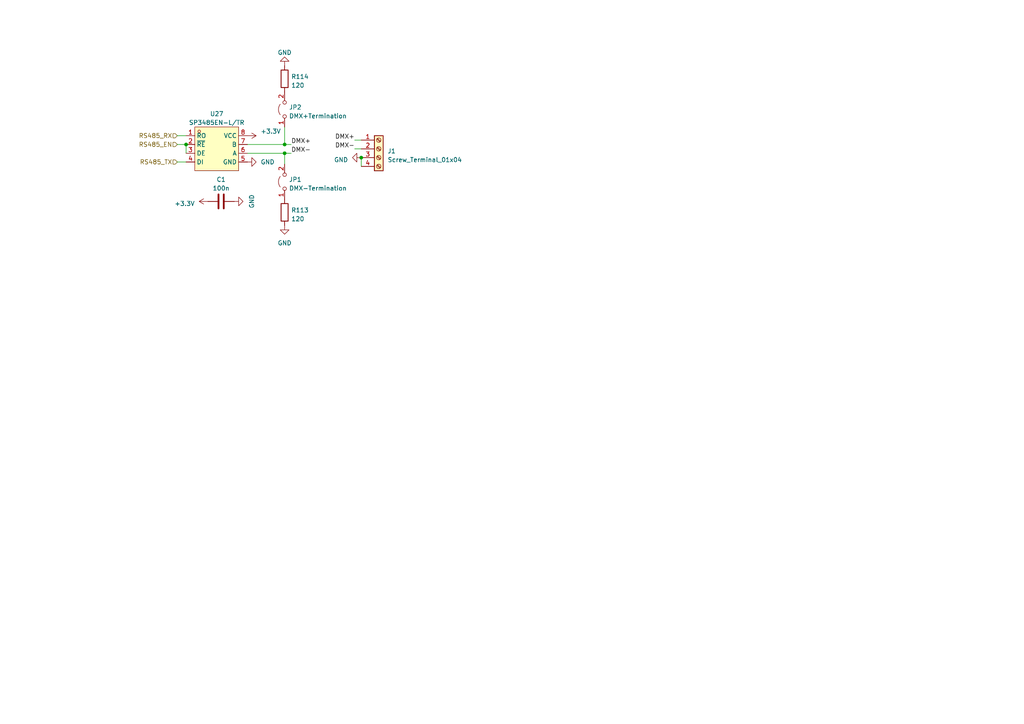
<source format=kicad_sch>
(kicad_sch (version 20230121) (generator eeschema)
  (paper "A4")
  (lib_symbols
    (symbol "Connector:Screw_Terminal_01x04" (pin_names (offset 1.016) hide)
      (property "Reference" "J" (at 0 5.08 0))
      (property "Value" "Screw_Terminal_01x04" (at 0 -7.62 0))
      (symbol "Screw_Terminal_01x04_1_1"
        (rectangle (start -1.27 3.81) (end 1.27 -6.35) (stroke (width 0.254)) (fill (type background)))
        (circle (center 0 -5.08) (radius 0.635) (stroke (width 0.1524)))
        (circle (center 0 -2.54) (radius 0.635) (stroke (width 0.1524)))
        (polyline (pts (xy -0.5334 -4.7498) (xy 0.3302 -5.588)) (stroke (width 0.1524)))
        (polyline (pts (xy -0.5334 -2.2098) (xy 0.3302 -3.048)) (stroke (width 0.1524)))
        (polyline (pts (xy -0.5334 0.3302) (xy 0.3302 -0.508)) (stroke (width 0.1524)))
        (polyline (pts (xy -0.5334 2.8702) (xy 0.3302 2.032)) (stroke (width 0.1524)))
        (polyline (pts (xy -0.3556 -4.572) (xy 0.508 -5.4102)) (stroke (width 0.1524)))
        (polyline (pts (xy -0.3556 -2.032) (xy 0.508 -2.8702)) (stroke (width 0.1524)))
        (polyline (pts (xy -0.3556 0.508) (xy 0.508 -0.3302)) (stroke (width 0.1524)))
        (polyline (pts (xy -0.3556 3.048) (xy 0.508 2.2098)) (stroke (width 0.1524)))
        (circle (center 0 0) (radius 0.635) (stroke (width 0.1524)))
        (circle (center 0 2.54) (radius 0.635) (stroke (width 0.1524)))
        (pin passive line (at -5.08 2.54 0) (length 3.81) (name "Pin_1") (number "1"))
        (pin passive line (at -5.08 0 0) (length 3.81) (name "Pin_2") (number "2"))
        (pin passive line (at -5.08 -2.54 0) (length 3.81) (name "Pin_3") (number "3"))
        (pin passive line (at -5.08 -5.08 0) (length 3.81) (name "Pin_4") (number "4"))
      )
    )
    (symbol "Device:C" (pin_numbers hide) (pin_names (offset 0.254))
      (property "Reference" "C" (at 0.635 2.54 0))
      (property "Value" "C" (at 0.635 -2.54 0))
      (symbol "C_0_1"
        (polyline (pts (xy -2.032 -0.762) (xy 2.032 -0.762)) (stroke (width 0.508)))
        (polyline (pts (xy -2.032 0.762) (xy 2.032 0.762)) (stroke (width 0.508)))
      )
      (symbol "C_1_1"
        (pin passive line (at 0 3.81 270) (length 2.794) (name "~") (number "1"))
        (pin passive line (at 0 -3.81 90) (length 2.794) (name "~") (number "2"))
      )
    )
    (symbol "Device:R" (pin_numbers hide) (pin_names (offset 0))
      (property "Reference" "R" (at 2.032 0 90))
      (property "Value" "R" (at 0 0 90))
      (symbol "R_0_1"
        (rectangle (start -1.016 -2.54) (end 1.016 2.54) (stroke (width 0.254)))
      )
      (symbol "R_1_1"
        (pin passive line (at 0 3.81 270) (length 1.27) (name "~") (number "1"))
        (pin passive line (at 0 -3.81 90) (length 1.27) (name "~") (number "2"))
      )
    )
    (symbol "Jumper:Jumper_2_Open" (pin_names (offset 0) hide)
      (property "Reference" "JP" (at 0 2.794 0))
      (property "Value" "Jumper_2_Open" (at 0 -2.286 0))
      (symbol "Jumper_2_Open_0_0"
        (circle (center -2.032 0) (radius 0.508))
        (circle (center 2.032 0) (radius 0.508))
      )
      (symbol "Jumper_2_Open_0_1"
        (arc (start 1.524 1.27) (mid 0 1.778) (end -1.524 1.27))
      )
      (symbol "Jumper_2_Open_1_1"
        (pin passive line (at -5.08 0 0) (length 2.54) (name "A") (number "1"))
        (pin passive line (at 5.08 0 180) (length 2.54) (name "B") (number "2"))
      )
    )
    (symbol "easyeda2kicad:SP3485EN-L_TR"
      (property "Reference" "U" (at 0 8.89 0))
      (property "Value" "SP3485EN-L/TR" (at 0 -8.89 0))
      (symbol "SP3485EN-L_TR_0_1"
        (rectangle (start -6.35 6.35) (end 6.35 -6.35) (fill (type background)))
        (circle (center -5.08 5.08) (radius 0.38))
        (pin output line (at -8.89 3.81 0) (length 2.54) (name "RO") (number "1"))
        (pin input line (at -8.89 1.27 0) (length 2.54) (name "~{RE}") (number "2"))
        (pin input line (at -8.89 -1.27 0) (length 2.54) (name "DE") (number "3"))
        (pin input line (at -8.89 -3.81 0) (length 2.54) (name "DI") (number "4"))
        (pin power_in line (at 8.89 -3.81 180) (length 2.54) (name "GND") (number "5"))
        (pin bidirectional line (at 8.89 -1.27 180) (length 2.54) (name "A") (number "6"))
        (pin bidirectional line (at 8.89 1.27 180) (length 2.54) (name "B") (number "7"))
        (pin power_in line (at 8.89 3.81 180) (length 2.54) (name "VCC") (number "8"))
      )
    )
    (symbol "power:+3.3V" (power) (pin_names (offset 0))
      (property "Value" "+3.3V" (at 0 3.556 0))
      (symbol "+3.3V_0_1"
        (polyline (pts (xy -0.762 1.27) (xy 0 2.54)))
        (polyline (pts (xy 0 0) (xy 0 2.54)))
        (polyline (pts (xy 0 2.54) (xy 0.762 1.27)))
      )
      (symbol "+3.3V_1_1"
        (pin power_in line (at 0 0 90) (length 0) hide (name "+3.3V") (number "1"))
      )
    )
    (symbol "power:GND" (power) (pin_names (offset 0))
      (property "Value" "GND" (at 0 -3.81 0))
      (symbol "GND_0_1"
        (polyline (pts (xy 0 0) (xy 0 -1.27) (xy 1.27 -1.27) (xy 0 -2.54) (xy -1.27 -1.27) (xy 0 -1.27)))
      )
      (symbol "GND_1_1"
        (pin power_in line (at 0 0 270) (length 0) hide (name "GND") (number "1"))
      )
    )
  )
  (junction (at 53.975 41.91))
  (junction (at 82.55 44.45))
  (junction (at 104.775 45.72))
  (junction (at 82.55 41.91))
  (wire (pts (xy 51.435 41.91) (xy 53.975 41.91)))
  (wire (pts (xy 71.755 41.91) (xy 82.55 41.91)))
  (wire (pts (xy 51.435 39.37) (xy 53.975 39.37)))
  (wire (pts (xy 82.55 41.91) (xy 84.455 41.91)))
  (wire (pts (xy 51.435 46.99) (xy 53.975 46.99)))
  (wire (pts (xy 82.55 44.45) (xy 82.55 47.625)))
  (wire (pts (xy 71.755 44.45) (xy 82.55 44.45)))
  (wire (pts (xy 82.55 36.83) (xy 82.55 41.91)))
  (wire (pts (xy 104.775 45.72) (xy 104.775 48.26)))
  (wire (pts (xy 82.55 44.45) (xy 84.455 44.45)))
  (wire (pts (xy 102.87 43.18) (xy 104.775 43.18)))
  (wire (pts (xy 102.87 40.64) (xy 104.775 40.64)))
  (wire (pts (xy 53.975 41.91) (xy 53.975 44.45)))
  (label "DMX-" (at 102.87 43.18 180))
  (label "DMX+" (at 102.87 40.64 180))
  (label "DMX-" (at 84.455 44.45 0))
  (label "DMX+" (at 84.455 41.91 0))
  (hierarchical_label "RS485_RX" (shape input) (at 51.435 39.37 180))
  (hierarchical_label "RS485_TX" (shape input) (at 51.435 46.99 180))
  (hierarchical_label "RS485_EN" (shape input) (at 51.435 41.91 180))
  (symbol (lib_id "power:+3.3V") (at 71.755 39.37 270) (unit 1)
    (property "Reference" "#PWR055" (effects hide))
    (property "Value" "+3.3V" (at 75.565 38.1 90) (effects (justify left)))
  )
  (symbol (lib_id "power:GND") (at 82.55 19.05 180) (unit 1)
    (property "Reference" "#PWR057" (effects hide))
    (property "Value" "GND" (at 82.55 15.24 0))
  )
  (symbol (lib_id "power:GND") (at 104.775 45.72 270) (unit 1)
    (property "Reference" "#PWR056" (effects hide))
    (property "Value" "GND" (at 100.965 46.355 90) (effects (justify right)))
  )
  (symbol (lib_id "power:GND") (at 71.755 46.99 90) (unit 1)
    (property "Reference" "#PWR054" (effects hide))
    (property "Value" "GND" (at 75.565 46.99 90) (effects (justify right)))
  )
  (symbol (lib_id "Jumper:Jumper_2_Open") (at 82.55 31.75 90) (unit 1)
    (property "Reference" "JP2" (at 83.82 31.115 90) (effects (justify right)))
    (property "Value" "DMX+Termination" (at 83.82 33.655 90) (effects (justify right)))
    (property "Footprint" "Jumper:SolderJumper-2_P1.3mm_Open_RoundedPad1.0x1.5mm" (effects hide))
  )
  (symbol (lib_id "power:GND") (at 67.945 58.42 90) (unit 1)
    (property "Reference" "#PWR0105" (effects hide))
    (property "Value" "GND" (at 73.025 58.42 0))
    (instances (project "frankenstein_enlarger_controller" (path "" (reference "#PWR0105") (unit 1)) (path "" (reference "#PWR0111") (unit 1)) (path "" (reference "#PWR0117") (unit 1)) (path "" (reference "#PWR0123") (unit 1)) (path "" (reference "#PWR0129") (unit 1)) (path "" (reference "#PWR0135") (unit 1)) (path "" (reference "#PWR0141") (unit 1)) (path "" (reference "#PWR0147") (unit 1)) (path "" (reference "#PWR0153") (unit 1)) (path "" (reference "#PWR06") (unit 1)) (path "" (reference "#PWR012") (unit 1)) (path "" (reference "#PWR018") (unit 1)) (path "" (reference "#PWR053") (unit 1))))
  )
  (symbol (lib_id "Device:R") (at 82.55 22.86 0) (unit 1)
    (property "Reference" "R114" (at 84.455 22.225 0) (effects (justify left)))
    (property "Value" "120" (at 84.455 24.765 0) (effects (justify left)))
    (property "Footprint" "Resistor_SMD:R_0402_1005Metric" (effects hide))
    (property "LCSC" "C25079" (effects hide))
  )
  (symbol (lib_id "Jumper:Jumper_2_Open") (at 82.55 52.705 90) (unit 1)
    (property "Reference" "JP1" (at 83.82 52.07 90) (effects (justify right)))
    (property "Value" "DMX-Termination" (at 83.82 54.61 90) (effects (justify right)))
    (property "Footprint" "Jumper:SolderJumper-2_P1.3mm_Open_RoundedPad1.0x1.5mm" (effects hide))
  )
  (symbol (lib_id "Device:C") (at 64.135 58.42 90) (unit 1)
    (property "Reference" "C1" (at 64.135 52.07 90))
    (property "Value" "100n" (at 64.135 54.61 90))
    (property "Footprint" "Capacitor_SMD:C_0402_1005Metric" (effects hide))
    (property "LCSC" "C1525" (effects hide))
    (instances (project "frankenstein_enlarger_controller" (path "" (reference "C1") (unit 1)) (path "" (reference "C2") (unit 1)) (path "" (reference "C3") (unit 1)) (path "" (reference "C4") (unit 1)) (path "" (reference "C5") (unit 1)) (path "" (reference "C6") (unit 1)) (path "" (reference "C7") (unit 1)) (path "" (reference "C8") (unit 1)) (path "" (reference "C9") (unit 1)) (path "" (reference "C10") (unit 1)) (path "" (reference "C11") (unit 1)) (path "" (reference "C12") (unit 1)) (path "" (reference "C14") (unit 1))))
  )
  (symbol (lib_id "power:+3.3V") (at 60.325 58.42 90) (unit 1)
    (property "Reference" "#PWR0103" (effects hide))
    (property "Value" "+3.3V" (at 56.515 59.055 90) (effects (justify left)))
    (instances (project "frankenstein_enlarger_controller" (path "" (reference "#PWR0103") (unit 1)) (path "" (reference "#PWR0109") (unit 1)) (path "" (reference "#PWR0115") (unit 1)) (path "" (reference "#PWR0122") (unit 1)) (path "" (reference "#PWR0128") (unit 1)) (path "" (reference "#PWR0134") (unit 1)) (path "" (reference "#PWR0140") (unit 1)) (path "" (reference "#PWR0146") (unit 1)) (path "" (reference "#PWR0152") (unit 1)) (path "" (reference "#PWR05") (unit 1)) (path "" (reference "#PWR011") (unit 1)) (path "" (reference "#PWR017") (unit 1)) (path "" (reference "#PWR043") (unit 1))))
  )
  (symbol (lib_id "power:GND") (at 82.55 65.405 0) (unit 1)
    (property "Reference" "#PWR058" (effects hide))
    (property "Value" "GND" (at 82.55 70.485 0))
  )
  (symbol (lib_id "easyeda2kicad:SP3485EN-L_TR") (at 62.865 43.18 0) (unit 1)
    (property "Reference" "U27" (at 62.865 33.02 0))
    (property "Value" "SP3485EN-L/TR" (at 62.865 35.56 0))
    (property "Footprint" "easyeda2kicad:SOIC-8_L5.0-W4.0-P1.27-LS6.0-BL" (effects hide))
    (property "Datasheet" "https://lcsc.com/product-detail/RS-485-RS-422_SIPEX_SP3485EN-L-TR_SP3485EN-L-TR_C8963.html" (effects hide))
    (property "Manufacturer" "MaxLinear" (effects hide))
    (property "LCSC Part" "C8963" (effects hide))
    (property "JLC Part" "Basic Part" (effects hide))
    (property "LCSC" "C8963" (effects hide))
  )
  (symbol (lib_id "Device:R") (at 82.55 61.595 0) (unit 1)
    (property "Reference" "R113" (at 84.455 60.96 0) (effects (justify left)))
    (property "Value" "120" (at 84.455 63.5 0) (effects (justify left)))
    (property "Footprint" "Resistor_SMD:R_0402_1005Metric" (effects hide))
    (property "LCSC" "C25079" (effects hide))
  )
  (symbol (lib_id "Connector:Screw_Terminal_01x04") (at 109.855 43.18 0) (unit 1)
    (property "Reference" "J1" (at 112.395 43.815 0) (effects (justify left)))
    (property "Value" "Screw_Terminal_01x04" (at 112.395 46.355 0) (effects (justify left)))
    (property "Footprint" "TerminalBlock_TE-Connectivity:TerminalBlock_TE_282834-4_1x04_P2.54mm_Horizontal" (effects hide))
  )
)
</source>
